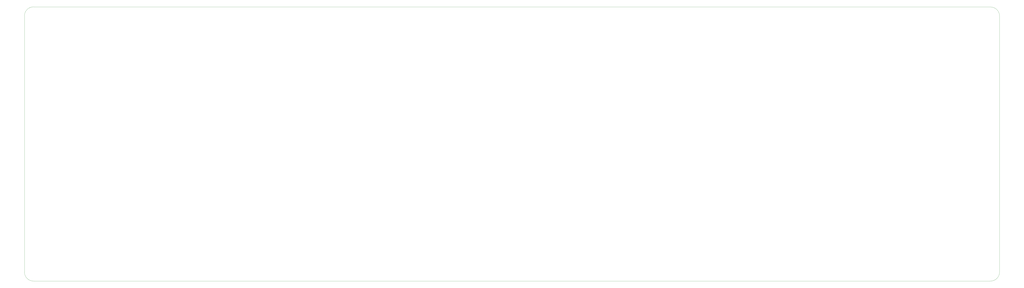
<source format=gbr>
%TF.GenerationSoftware,KiCad,Pcbnew,9.0.0+dfsg-1*%
%TF.CreationDate,2025-06-19T19:52:37-07:00*%
%TF.ProjectId,signalmesh,7369676e-616c-46d6-9573-682e6b696361,rev?*%
%TF.SameCoordinates,Original*%
%TF.FileFunction,Profile,NP*%
%FSLAX46Y46*%
G04 Gerber Fmt 4.6, Leading zero omitted, Abs format (unit mm)*
G04 Created by KiCad (PCBNEW 9.0.0+dfsg-1) date 2025-06-19 19:52:37*
%MOMM*%
%LPD*%
G01*
G04 APERTURE LIST*
%TA.AperFunction,Profile*%
%ADD10C,0.050000*%
%TD*%
G04 APERTURE END LIST*
D10*
X34180000Y-200880000D02*
G75*
G02*
X29180000Y-195880000I0J5000000D01*
G01*
X29180000Y-195880000D02*
X29180000Y-54880000D01*
X34180000Y-49880000D02*
X560180000Y-49951068D01*
X560180000Y-200880000D02*
X34180000Y-200880000D01*
X565180000Y-195880000D02*
G75*
G02*
X560180000Y-200880000I-5000000J0D01*
G01*
X565180000Y-54951068D02*
X565180000Y-195880000D01*
X29180000Y-54880000D02*
G75*
G02*
X34180000Y-49880000I5000000J0D01*
G01*
X560180000Y-49951068D02*
G75*
G02*
X565180032Y-54951068I0J-5000032D01*
G01*
M02*

</source>
